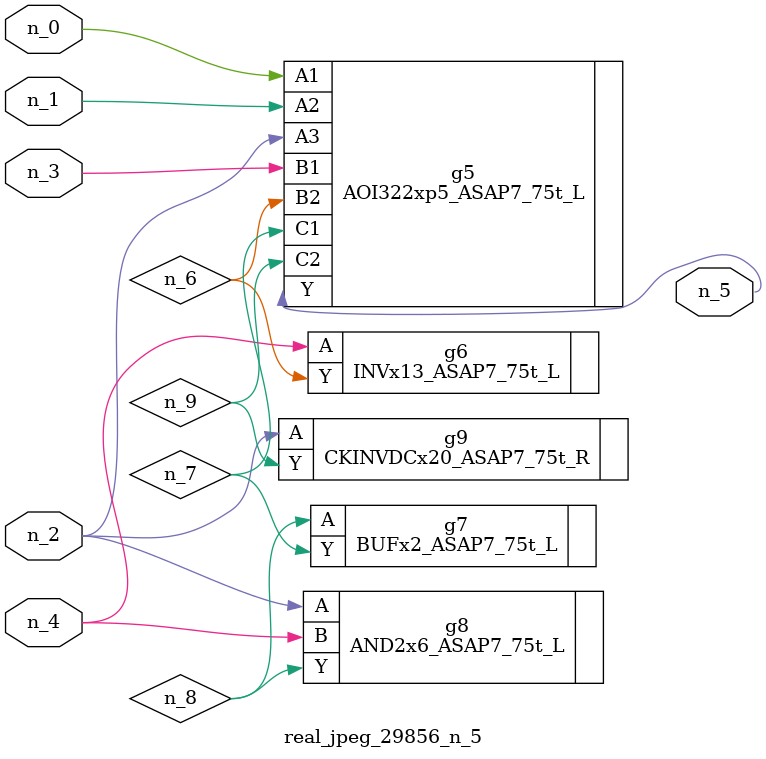
<source format=v>
module real_jpeg_29856_n_5 (n_4, n_0, n_1, n_2, n_3, n_5);

input n_4;
input n_0;
input n_1;
input n_2;
input n_3;

output n_5;

wire n_8;
wire n_6;
wire n_7;
wire n_9;

AOI322xp5_ASAP7_75t_L g5 ( 
.A1(n_0),
.A2(n_1),
.A3(n_2),
.B1(n_3),
.B2(n_6),
.C1(n_7),
.C2(n_9),
.Y(n_5)
);

AND2x6_ASAP7_75t_L g8 ( 
.A(n_2),
.B(n_4),
.Y(n_8)
);

CKINVDCx20_ASAP7_75t_R g9 ( 
.A(n_2),
.Y(n_9)
);

INVx13_ASAP7_75t_L g6 ( 
.A(n_4),
.Y(n_6)
);

BUFx2_ASAP7_75t_L g7 ( 
.A(n_8),
.Y(n_7)
);


endmodule
</source>
